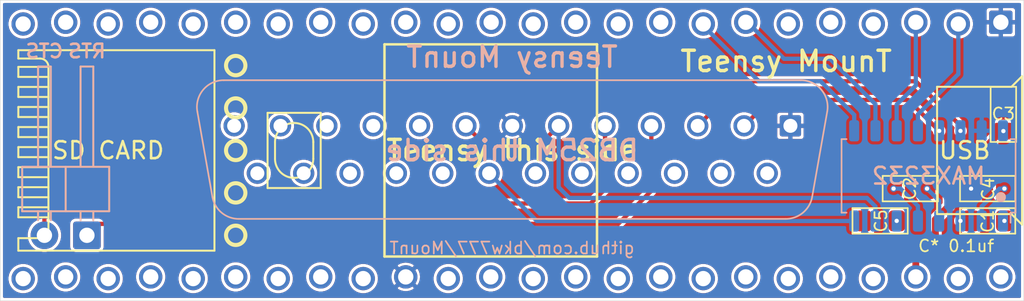
<source format=kicad_pcb>
(kicad_pcb (version 20171130) (host pcbnew 5.1.6-c6e7f7d~87~ubuntu20.04.1)
  (layers (0 F.Cu signal) (31 B.Cu signal) (34 B.Paste user hide) (35 F.Paste user hide) (36 B.SilkS user) (37 F.SilkS user) (38 B.Mask user) (39 F.Mask user hide) (44 Edge.Cuts user))
  (net 0 "")
  (net 1 GND)
  (net 2 "Net-(C1-Pad1)")
  (net 3 "Net-(C1-Pad2)")
  (net 4 "Net-(C2-Pad1)")
  (net 5 "Net-(C2-Pad2)")
  (net 6 "Net-(C4-Pad1)")
  (net 7 "Net-(C5-Pad1)")
  (net 8 +3V3)
  (net 9 /DTR_TTL)
  (net 10 /DSR_TTL)
  (net 11 /TX_TTL)
  (net 12 /RX_TTL)
  (net 13 /DTR_232)
  (net 14 /DCD_232)
  (net 15 /DSR_232)
  (net 16 /CTS_232)
  (net 17 /RTS_232)
  (net 18 /RX_232)
  (net 19 /TX_232)
  (module 0_LOCAL:Teensy_MounT_stagger_4mil (layer F.Cu) (at 147.32 96.52 180)
    (fp_text reference J1 hide)
    (fp_text value Teensy hide)
    (fp_line (start 29.5 5) (end 29.5 4.4) (layer F.SilkS) (width 0.12))
    (fp_line (start 29.5 3.8) (end 29.5 3.2) (layer F.SilkS) (width 0.12))
    (fp_line (start 29.5 2.6) (end 29.5 2) (layer F.SilkS) (width 0.12))
    (fp_line (start 29.5 1.4) (end 29.5 0.8) (layer F.SilkS) (width 0.12))
    (fp_line (start 29.5 0.2) (end 29.5 -0.4) (layer F.SilkS) (width 0.12))
    (fp_line (start 29.5 -1) (end 29.5 -1.6) (layer F.SilkS) (width 0.12))
    (fp_line (start 29.5 -2.2) (end 29.5 -2.8) (layer F.SilkS) (width 0.12))
    (fp_line (start 29.5 4.4) (end 27.7 4.4) (layer F.SilkS) (width 0.12))
    (fp_line (start 29.5 3.2) (end 27.7 3.2) (layer F.SilkS) (width 0.12))
    (fp_line (start 29.5 2) (end 27.7 2) (layer F.SilkS) (width 0.12))
    (fp_line (start 29.5 0.8) (end 27.7 0.8) (layer F.SilkS) (width 0.12))
    (fp_line (start 29.5 -0.4) (end 27.7 -0.4) (layer F.SilkS) (width 0.12))
    (fp_line (start 29.5 -1.6) (end 27.7 -1.6) (layer F.SilkS) (width 0.12))
    (fp_line (start 29.5 -2.8) (end 27.7 -2.8) (layer F.SilkS) (width 0.12))
    (fp_line (start 27.7 5) (end 29.5 5) (layer F.SilkS) (width 0.12))
    (fp_line (start 27.7 3.8) (end 29.5 3.8) (layer F.SilkS) (width 0.12))
    (fp_line (start 27.7 2.6) (end 29.5 2.6) (layer F.SilkS) (width 0.12))
    (fp_line (start 27.7 1.4) (end 29.5 1.4) (layer F.SilkS) (width 0.12))
    (fp_line (start 27.7 0.2) (end 29.5 0.2) (layer F.SilkS) (width 0.12))
    (fp_line (start 27.7 -1) (end 29.5 -1) (layer F.SilkS) (width 0.12))
    (fp_line (start 27.7 -2.2) (end 29.5 -2.2) (layer F.SilkS) (width 0.12))
    (fp_line (start 17.78 6) (end 17.78 -6) (layer F.SilkS) (width 0.12))
    (fp_line (start 29.5 -4) (end 27.7 -4) (layer F.SilkS) (width 0.12))
    (fp_line (start 27.7 -3.4) (end 29.5 -3.4) (layer F.SilkS) (width 0.12))
    (fp_line (start 29.5 -3.4) (end 29.5 -4) (layer F.SilkS) (width 0.12))
    (fp_line (start 27.7 -4.75) (end 27.7 5) (layer F.SilkS) (width 0.12))
    (fp_line (start 29.5 -6) (end 29.5 -5.25) (layer F.SilkS) (width 0.12))
    (fp_line (start 29.5 6) (end 29.5 5.5) (layer F.SilkS) (width 0.12))
    (fp_line (start 29.5 5.5) (end 28.2 5.5) (layer F.SilkS) (width 0.12))
    (fp_line (start 29.5 -5.25) (end 28.2 -5.25) (layer F.SilkS) (width 0.12))
    (fp_line (start -30.48 -4.445) (end -29.845 -3.81) (layer F.SilkS) (width 0.12))
    (fp_line (start -30.48 4.445) (end -29.845 3.81) (layer F.SilkS) (width 0.12))
    (fp_line (start -30.48 -4.445) (end -30.48 4.445) (layer F.SilkS) (width 0.12))
    (fp_line (start 7.62 6.35) (end 7.62 -6.35) (layer F.SilkS) (width 0.15))
    (fp_line (start -5.08 -6.35) (end -5.08 6.35) (layer F.SilkS) (width 0.15))
    (fp_line (start -5.08 6.35) (end 7.62 6.35) (layer F.SilkS) (width 0.15))
    (fp_line (start -5.08 -6.35) (end 7.62 -6.35) (layer F.SilkS) (width 0.15))
    (fp_line (start 29.5 -6) (end 17.78 -6) (layer F.SilkS) (width 0.12))
    (fp_line (start 17.78 6) (end 29.5 6) (layer F.SilkS) (width 0.12))
    (fp_line (start -25.4 3.81) (end -25.4 -3.81) (layer F.SilkS) (width 0.12))
    (fp_line (start -25.4 -3.81) (end -29.845 -3.81) (layer F.SilkS) (width 0.12))
    (fp_line (start -25.4 3.81) (end -29.845 3.81) (layer F.SilkS) (width 0.12))
    (fp_line (start 11.43 -2.25) (end 11.43 2.25) (layer F.SilkS) (width 0.12))
    (fp_line (start 11.43 2.25) (end 14.605 2.25) (layer F.SilkS) (width 0.12))
    (fp_line (start 14.605 2.25) (end 14.605 -2.25) (layer F.SilkS) (width 0.12))
    (fp_line (start 14.605 -2.25) (end 11.43 -2.25) (layer F.SilkS) (width 0.12))
    (fp_line (start 11.8745 -0.5) (end 11.8745 0.5) (layer F.SilkS) (width 0.12))
    (fp_line (start 14.1605 -0.5) (end 14.1605 0.5) (layer F.SilkS) (width 0.12))
    (fp_circle (center 16.51 -5.08) (end 17.08912 -5.08) (layer F.SilkS) (width 0.2413))
    (fp_circle (center 16.51 -2.54) (end 17.08912 -2.54) (layer F.SilkS) (width 0.2413))
    (fp_circle (center 16.51 0) (end 17.08912 0) (layer F.SilkS) (width 0.2413))
    (fp_circle (center 16.51 2.54) (end 17.08912 2.54) (layer F.SilkS) (width 0.2413))
    (fp_circle (center 16.51 5.08) (end 17.08912 5.08) (layer F.SilkS) (width 0.2413))
    (fp_arc (start 28.2 5) (end 27.7 5) (angle -90) (layer F.SilkS) (width 0.12))
    (fp_arc (start 28.2 -4.75) (end 28.2 -5.25) (angle -90) (layer F.SilkS) (width 0.12))
    (fp_arc (start 13.0175 0.5) (end 11.8745 0.5) (angle -180) (layer F.SilkS) (width 0.12))
    (fp_arc (start 13.0175 -0.5) (end 14.1605 -0.5) (angle -180) (layer F.SilkS) (width 0.12))
    (pad 17 thru_hole circle (at 11.43 7.6708 180) (size 1.397 1.397) (drill 0.9144) (layers *.Cu *.Mask))
    (pad 18 thru_hole circle (at 13.97 7.5692 180) (size 1.397 1.397) (drill 0.9144) (layers *.Cu *.Mask))
    (pad 19 thru_hole circle (at 16.51 7.6708 180) (size 1.397 1.397) (drill 0.9144) (layers *.Cu *.Mask))
    (pad 20 thru_hole circle (at 19.05 7.5692 180) (size 1.397 1.397) (drill 0.9144) (layers *.Cu *.Mask))
    (pad 16 thru_hole circle (at 8.89 7.5692 180) (size 1.397 1.397) (drill 0.9144) (layers *.Cu *.Mask))
    (pad 15 thru_hole circle (at 6.35 7.6708 180) (size 1.397 1.397) (drill 0.9144) (layers *.Cu *.Mask))
    (pad 14 thru_hole circle (at 3.81 7.5692 180) (size 1.397 1.397) (drill 0.9144) (layers *.Cu *.Mask))
    (pad 21 thru_hole circle (at 21.59 7.6708 180) (size 1.397 1.397) (drill 0.9144) (layers *.Cu *.Mask))
    (pad 22 thru_hole circle (at 24.13 7.5692 180) (size 1.397 1.397) (drill 0.9144) (layers *.Cu *.Mask))
    (pad 23 thru_hole circle (at 26.67 7.6708 180) (size 1.397 1.397) (drill 0.9144) (layers *.Cu *.Mask))
    (pad 24 thru_hole circle (at 29.21 7.5692 180) (size 1.397 1.397) (drill 0.9144) (layers *.Cu *.Mask))
    (pad 30 thru_hole circle (at 29.21 -7.6708 180) (size 1.397 1.397) (drill 0.9144) (layers *.Cu *.Mask))
    (pad 31 thru_hole circle (at 26.67 -7.5692 180) (size 1.397 1.397) (drill 0.9144) (layers *.Cu *.Mask))
    (pad 32 thru_hole circle (at 24.13 -7.6708 180) (size 1.397 1.397) (drill 0.9144) (layers *.Cu *.Mask))
    (pad 33 thru_hole circle (at 21.59 -7.5692 180) (size 1.397 1.397) (drill 0.9144) (layers *.Cu *.Mask))
    (pad 34 thru_hole circle (at 19.05 -7.6708 180) (size 1.397 1.397) (drill 0.9144) (layers *.Cu *.Mask))
    (pad 35 thru_hole circle (at 16.51 -7.5692 180) (size 1.397 1.397) (drill 0.9144) (layers *.Cu *.Mask))
    (pad 36 thru_hole circle (at 13.97 -7.6708 180) (size 1.397 1.397) (drill 0.9144) (layers *.Cu *.Mask))
    (pad 37 thru_hole circle (at 11.43 -7.5692 180) (size 1.397 1.397) (drill 0.9144) (layers *.Cu *.Mask))
    (pad 13 thru_hole circle (at 1.2446 7.6708 180) (size 1.397 1.397) (drill 0.9144) (layers *.Cu *.Mask))
    (pad 12 thru_hole circle (at -1.27 7.5692 180) (size 1.397 1.397) (drill 0.9144) (layers *.Cu *.Mask))
    (pad 11 thru_hole circle (at -3.81 7.6708 180) (size 1.397 1.397) (drill 0.9144) (layers *.Cu *.Mask))
    (pad 10 thru_hole circle (at -6.35 7.5692 180) (size 1.397 1.397) (drill 0.9144) (layers *.Cu *.Mask))
    (pad 9 thru_hole circle (at -8.89 7.6708 180) (size 1.397 1.397) (drill 0.9144) (layers *.Cu *.Mask))
    (pad 8 thru_hole circle (at -11.43 7.5692 180) (size 1.397 1.397) (drill 0.9144) (layers *.Cu *.Mask) (net 10 /DSR_TTL))
    (pad 7 thru_hole circle (at -13.97 7.6708 180) (size 1.397 1.397) (drill 0.9144) (layers *.Cu *.Mask) (net 9 /DTR_TTL))
    (pad 6 thru_hole circle (at -16.51 7.5692 180) (size 1.397 1.397) (drill 0.9144) (layers *.Cu *.Mask))
    (pad 5 thru_hole circle (at -19.05 7.6708 180) (size 1.397 1.397) (drill 0.9144) (layers *.Cu *.Mask))
    (pad 4 thru_hole circle (at -21.59 7.5692 180) (size 1.397 1.397) (drill 0.9144) (layers *.Cu *.Mask))
    (pad 3 thru_hole circle (at -24.13 7.6708 180) (size 1.397 1.397) (drill 0.9144) (layers *.Cu *.Mask) (net 11 /TX_TTL))
    (pad 2 thru_hole circle (at -26.67 7.5692 180) (size 1.397 1.397) (drill 0.9144) (layers *.Cu *.Mask) (net 12 /RX_TTL))
    (pad 1 thru_hole roundrect (at -29.21 7.6708 180) (size 1.397 1.397) (drill 0.9144) (layers *.Cu *.Mask) (roundrect_rratio 0.1) (net 1 GND))
    (pad 38 thru_hole circle (at 8.89 -7.6708 180) (size 1.397 1.397) (drill 0.9144) (layers *.Cu *.Mask))
    (pad 39 thru_hole circle (at 6.35 -7.5692 180) (size 1.397 1.397) (drill 0.9144) (layers *.Cu *.Mask) (net 1 GND))
    (pad 40 thru_hole circle (at 3.81 -7.6708 180) (size 1.397 1.397) (drill 0.9144) (layers *.Cu *.Mask))
    (pad 41 thru_hole circle (at 1.27 -7.5692 180) (size 1.397 1.397) (drill 0.9144) (layers *.Cu *.Mask))
    (pad 42 thru_hole circle (at -1.27 -7.6708 180) (size 1.397 1.397) (drill 0.9144) (layers *.Cu *.Mask))
    (pad 43 thru_hole circle (at -3.81 -7.5692 180) (size 1.397 1.397) (drill 0.9144) (layers *.Cu *.Mask))
    (pad 44 thru_hole circle (at -6.35 -7.6708 180) (size 1.397 1.397) (drill 0.9144) (layers *.Cu *.Mask))
    (pad 45 thru_hole circle (at -8.89 -7.5692 180) (size 1.397 1.397) (drill 0.9144) (layers *.Cu *.Mask))
    (pad 46 thru_hole circle (at -11.43 -7.6708 180) (size 1.397 1.397) (drill 0.9144) (layers *.Cu *.Mask))
    (pad 47 thru_hole circle (at -13.97 -7.5692 180) (size 1.397 1.397) (drill 0.9144) (layers *.Cu *.Mask))
    (pad 48 thru_hole circle (at -16.51 -7.6708 180) (size 1.397 1.397) (drill 0.9144) (layers *.Cu *.Mask))
    (pad 49 thru_hole circle (at -19.05 -7.5692 180) (size 1.397 1.397) (drill 0.9144) (layers *.Cu *.Mask))
    (pad 50 thru_hole circle (at -21.59 -7.6708 180) (size 1.397 1.397) (drill 0.9144) (layers *.Cu *.Mask))
    (pad 51 thru_hole circle (at -24.13 -7.5692 180) (size 1.397 1.397) (drill 0.9144) (layers *.Cu *.Mask) (net 8 +3V3))
    (pad 52 thru_hole circle (at -26.67 -7.6708 180) (size 1.397 1.397) (drill 0.9144) (layers *.Cu *.Mask))
    (pad 53 thru_hole circle (at -29.21 -7.5692 180) (size 1.397 1.397) (drill 0.9144) (layers *.Cu *.Mask))
  )
  (module 0_LOCAL:DSUB-25_Male_Vertical_P2.77x2.84mm (layer B.Cu) (at 163.957 95.0468 180)
    (fp_text reference J2 hide)
    (fp_text value DB25_Male)
    (fp_line (start -0.623194 2.73) (end 33.863194 2.73) (layer B.SilkS) (width 0.1))
    (fp_line (start 0.276073 -5.57) (end 32.963927 -5.57) (layer B.SilkS) (width 0.1))
    (fp_line (start 35.438887 0.852163) (end 34.539619 -4.247837) (layer B.SilkS) (width 0.1))
    (fp_line (start -2.198887 0.852163) (end -1.299619 -4.247837) (layer B.SilkS) (width 0.1))
    (fp_arc (start 32.963927 -3.97) (end 32.963927 -5.57) (angle 80) (layer B.SilkS) (width 0.1))
    (fp_arc (start 0.276073 -3.97) (end 0.276073 -5.57) (angle -80) (layer B.SilkS) (width 0.1))
    (fp_arc (start 33.863194 1.13) (end 33.863194 2.73) (angle -100) (layer B.SilkS) (width 0.1))
    (fp_arc (start -0.623194 1.13) (end -0.623194 2.73) (angle 100) (layer B.SilkS) (width 0.1))
    (pad 25 thru_hole circle (at 31.855 -2.84 180) (size 1.27 1.27) (drill 0.8382) (layers *.Cu *.Mask))
    (pad 24 thru_hole circle (at 29.085 -2.84 180) (size 1.27 1.27) (drill 0.8382) (layers *.Cu *.Mask))
    (pad 23 thru_hole circle (at 26.315 -2.84 180) (size 1.27 1.27) (drill 0.8382) (layers *.Cu *.Mask))
    (pad 22 thru_hole circle (at 23.545 -2.84 180) (size 1.27 1.27) (drill 0.8382) (layers *.Cu *.Mask))
    (pad 21 thru_hole circle (at 20.775 -2.84 180) (size 1.27 1.27) (drill 0.8382) (layers *.Cu *.Mask))
    (pad 20 thru_hole circle (at 18.005 -2.84 180) (size 1.27 1.27) (drill 0.8382) (layers *.Cu *.Mask) (net 13 /DTR_232))
    (pad 19 thru_hole circle (at 15.235 -2.84 180) (size 1.27 1.27) (drill 0.8382) (layers *.Cu *.Mask))
    (pad 18 thru_hole circle (at 12.465 -2.84 180) (size 1.27 1.27) (drill 0.8382) (layers *.Cu *.Mask))
    (pad 17 thru_hole circle (at 9.695 -2.84 180) (size 1.27 1.27) (drill 0.8382) (layers *.Cu *.Mask))
    (pad 16 thru_hole circle (at 6.925 -2.84 180) (size 1.27 1.27) (drill 0.8382) (layers *.Cu *.Mask))
    (pad 15 thru_hole circle (at 4.155 -2.84 180) (size 1.27 1.27) (drill 0.8382) (layers *.Cu *.Mask))
    (pad 14 thru_hole circle (at 1.385 -2.84 180) (size 1.27 1.27) (drill 0.8382) (layers *.Cu *.Mask))
    (pad 13 thru_hole circle (at 33.24 0 180) (size 1.27 1.27) (drill 0.8382) (layers *.Cu *.Mask))
    (pad 12 thru_hole circle (at 30.47 0 180) (size 1.27 1.27) (drill 0.8382) (layers *.Cu *.Mask))
    (pad 11 thru_hole circle (at 27.7 0 180) (size 1.27 1.27) (drill 0.8382) (layers *.Cu *.Mask))
    (pad 10 thru_hole circle (at 24.93 0 180) (size 1.27 1.27) (drill 0.8382) (layers *.Cu *.Mask))
    (pad 9 thru_hole circle (at 22.16 0 180) (size 1.27 1.27) (drill 0.8382) (layers *.Cu *.Mask))
    (pad 8 thru_hole circle (at 19.39 0 180) (size 1.27 1.27) (drill 0.8382) (layers *.Cu *.Mask) (net 14 /DCD_232))
    (pad 7 thru_hole circle (at 16.62 0 180) (size 1.27 1.27) (drill 0.8382) (layers *.Cu *.Mask) (net 1 GND))
    (pad 6 thru_hole circle (at 13.85 0 180) (size 1.27 1.27) (drill 0.8382) (layers *.Cu *.Mask) (net 15 /DSR_232))
    (pad 5 thru_hole circle (at 11.08 0 180) (size 1.27 1.27) (drill 0.8382) (layers *.Cu *.Mask) (net 16 /CTS_232))
    (pad 4 thru_hole circle (at 8.31 0 180) (size 1.27 1.27) (drill 0.8382) (layers *.Cu *.Mask) (net 17 /RTS_232))
    (pad 3 thru_hole circle (at 5.54 0 180) (size 1.27 1.27) (drill 0.8382) (layers *.Cu *.Mask) (net 18 /RX_232))
    (pad 2 thru_hole circle (at 2.77 0 180) (size 1.27 1.27) (drill 0.8382) (layers *.Cu *.Mask) (net 19 /TX_232))
    (pad 1 thru_hole roundrect (at 0 0 180) (size 1.27 1.27) (drill 0.8382) (layers *.Cu *.Mask) (roundrect_rratio 0.1) (net 1 GND))
  )
  (module 0_LOCAL:PinHeader_1x02_P2.54mm_Horizontal (layer B.Cu) (at 121.92 101.6 90)
    (fp_text reference JP1 hide)
    (fp_text value Jumper_2_Bridged)
    (fp_line (start 1.44 1.33) (end 1.44 -3.87) (layer B.SilkS) (width 0.12))
    (fp_line (start 1.44 -3.87) (end 4.1 -3.87) (layer B.SilkS) (width 0.12))
    (fp_line (start 4.1 -3.87) (end 4.1 1.33) (layer B.SilkS) (width 0.12))
    (fp_line (start 4.1 1.33) (end 1.44 1.33) (layer B.SilkS) (width 0.12))
    (fp_line (start 4.1 0.38) (end 10.1 0.38) (layer B.SilkS) (width 0.12))
    (fp_line (start 10.1 0.38) (end 10.1 -0.38) (layer B.SilkS) (width 0.12))
    (fp_line (start 10.1 -0.38) (end 4.1 -0.38) (layer B.SilkS) (width 0.12))
    (fp_line (start 0.9 0.38) (end 1.44 0.38) (layer B.SilkS) (width 0.12))
    (fp_line (start 0.9 -0.38) (end 1.44 -0.38) (layer B.SilkS) (width 0.12))
    (fp_line (start 1.44 -1.27) (end 4.1 -1.27) (layer B.SilkS) (width 0.12))
    (fp_line (start 4.1 -2.16) (end 10.1 -2.16) (layer B.SilkS) (width 0.12))
    (fp_line (start 10.1 -2.16) (end 10.1 -2.92) (layer B.SilkS) (width 0.12))
    (fp_line (start 10.1 -2.92) (end 4.1 -2.92) (layer B.SilkS) (width 0.12))
    (fp_line (start 0.9 -2.16) (end 1.44 -2.16) (layer B.SilkS) (width 0.12))
    (fp_line (start 0.9 -2.92) (end 1.44 -2.92) (layer B.SilkS) (width 0.12))
    (pad 2 thru_hole custom (at 0 -2.54 90) (size 1.651 1.651) (drill 0.9144) (layers *.Cu *.Mask) (net 16 /CTS_232) (options (clearance outline) (anchor circle)) (primitives))
    (pad 1 thru_hole roundrect (at 0 0 90) (size 1.651 1.651) (drill 0.9144) (layers *.Cu *.Mask) (roundrect_rratio 0.1) (net 17 /RTS_232))
  )
  (module 0_LOCAL:C_0805 (layer F.Cu) (at 169.3164 100.7364 180)
    (fp_text reference C5 (at -0.0508 0 90) (layer F.SilkS) (effects (font (size 0.7112 0.7112) (thickness 0.1016))))
    (fp_text value 0.1uf)
    (fp_line (start -1.651 -0.762) (end -1.651 0.762) (layer F.SilkS) (width 0.1016))
    (fp_line (start 1.651 -0.762) (end 1.651 0.762) (layer F.SilkS) (width 0.1016))
    (fp_line (start -1.651 0.762) (end 1.651 0.762) (layer F.SilkS) (width 0.1016))
    (fp_line (start 1.651 -0.762) (end -1.651 -0.762) (layer F.SilkS) (width 0.1016))
    (pad 1 smd roundrect (at -1 0 180) (size 1 1.25) (layers F.Cu F.Paste F.Mask) (net 7 "Net-(C5-Pad1)"))
    (pad 2 smd roundrect (at 1 0 180) (size 1 1.25) (layers F.Cu F.Paste F.Mask) (net 1 GND))
  )
  (module 0_LOCAL:C_0805 (layer F.Cu) (at 171.1198 98.806 180)
    (fp_text reference C2 (at 0.0254 0 90) (layer F.SilkS) (effects (font (size 0.7112 0.7112) (thickness 0.1016))))
    (fp_text value 0.1uf)
    (fp_line (start -1.651 -0.762) (end -1.651 0.762) (layer F.SilkS) (width 0.1016))
    (fp_line (start 1.651 -0.762) (end 1.651 0.762) (layer F.SilkS) (width 0.1016))
    (fp_line (start -1.651 0.762) (end 1.651 0.762) (layer F.SilkS) (width 0.1016))
    (fp_line (start 1.651 -0.762) (end -1.651 -0.762) (layer F.SilkS) (width 0.1016))
    (pad 1 smd roundrect (at -1 0 180) (size 1 1.25) (layers F.Cu F.Paste F.Mask) (net 4 "Net-(C2-Pad1)"))
    (pad 2 smd roundrect (at 1 0 180) (size 1 1.25) (layers F.Cu F.Paste F.Mask) (net 5 "Net-(C2-Pad2)"))
  )
  (module 0_LOCAL:C_0805 (layer F.Cu) (at 175.7426 100.7364 180)
    (fp_text reference C1 (at 0 -0.0254 90) (layer F.SilkS) (effects (font (size 0.7112 0.7112) (thickness 0.1016))))
    (fp_text value 0.1uf)
    (fp_line (start -1.651 -0.762) (end -1.651 0.762) (layer F.SilkS) (width 0.1016))
    (fp_line (start 1.651 -0.762) (end 1.651 0.762) (layer F.SilkS) (width 0.1016))
    (fp_line (start -1.651 0.762) (end 1.651 0.762) (layer F.SilkS) (width 0.1016))
    (fp_line (start 1.651 -0.762) (end -1.651 -0.762) (layer F.SilkS) (width 0.1016))
    (pad 1 smd roundrect (at -1 0 180) (size 1 1.25) (layers F.Cu F.Paste F.Mask) (net 2 "Net-(C1-Pad1)"))
    (pad 2 smd roundrect (at 1 0 180) (size 1 1.25) (layers F.Cu F.Paste F.Mask) (net 3 "Net-(C1-Pad2)"))
  )
  (module 0_LOCAL:C_0805 (layer F.Cu) (at 175.7426 98.806 180)
    (fp_text reference C4 (at -0.0254 -0.0254 90) (layer F.SilkS) (effects (font (size 0.7112 0.7112) (thickness 0.1016))))
    (fp_text value 0.1uf)
    (fp_line (start -1.651 -0.762) (end -1.651 0.762) (layer F.SilkS) (width 0.1016))
    (fp_line (start 1.651 -0.762) (end 1.651 0.762) (layer F.SilkS) (width 0.1016))
    (fp_line (start -1.651 0.762) (end 1.651 0.762) (layer F.SilkS) (width 0.1016))
    (fp_line (start 1.651 -0.762) (end -1.651 -0.762) (layer F.SilkS) (width 0.1016))
    (pad 1 smd roundrect (at -1 0 180) (size 1 1.25) (layers F.Cu F.Paste F.Mask) (net 6 "Net-(C4-Pad1)"))
    (pad 2 smd roundrect (at 1 0 180) (size 1 1.25) (layers F.Cu F.Paste F.Mask) (net 1 GND))
  )
  (module 0_LOCAL:C_0805 (layer F.Cu) (at 176.6824 94.361 90)
    (fp_text reference C3 (at 0.0254 0) (layer F.SilkS) (effects (font (size 0.7112 0.7112) (thickness 0.1016))))
    (fp_text value 0.1uf)
    (fp_line (start -1.651 -0.762) (end -1.651 0.762) (layer F.SilkS) (width 0.1016))
    (fp_line (start 1.651 -0.762) (end 1.651 0.762) (layer F.SilkS) (width 0.1016))
    (fp_line (start -1.651 0.762) (end 1.651 0.762) (layer F.SilkS) (width 0.1016))
    (fp_line (start 1.651 -0.762) (end -1.651 -0.762) (layer F.SilkS) (width 0.1016))
    (pad 1 smd roundrect (at -1 0 90) (size 1 1.25) (layers F.Cu F.Paste F.Mask) (net 8 +3V3))
    (pad 2 smd roundrect (at 1 0 90) (size 1 1.25) (layers F.Cu F.Paste F.Mask) (net 1 GND))
  )
  (module 0_LOCAL:NetTie-2_SMD_10 (layer F.Cu) (at 147.32 96.4692 180)
    (fp_text reference NT1 hide)
    (fp_text value Net-Tie_2)
    (fp_poly (pts (xy -0.254 -0.127) (xy 0.254 -0.127) (xy 0.254 0.127) (xy -0.254 0.127)) (layer F.Cu) (width 0))
    (pad 2 smd circle (at 0.254 0 180) (size 0.254 0.254) (layers F.Cu) (net 14 /DCD_232))
    (pad 1 smd circle (at -0.254 0 180) (size 0.254 0.254) (layers F.Cu) (net 15 /DSR_232))
  )
  (module 0_LOCAL:SOIC-16_W3.90mm (layer B.Cu) (at 172.212 98.044 180)
    (fp_text reference U1 hide)
    (fp_text value MAX3232 (at 0 0) (layer B.SilkS) (effects (justify mirror)))
    (fp_circle (center -4.318 -1.27) (end -4.1656 -1.27) (layer B.SilkS) (width 0.3048))
    (fp_line (start 5.2 2.2) (end 4.9 2.2) (layer B.SilkS) (width 0.1))
    (fp_line (start 4.9 -2.2) (end 5.2 -2.2) (layer B.SilkS) (width 0.1))
    (fp_line (start 5.2 -2.2) (end 5.2 2.2) (layer B.SilkS) (width 0.1))
    (fp_line (start -5.2 2.2) (end -5.2 -2.2) (layer B.SilkS) (width 0.1))
    (fp_line (start -5.2 -2.2) (end -4.9 -2.2) (layer B.SilkS) (width 0.1))
    (fp_line (start -4.9 -2.2) (end -4.9 -2.8) (layer B.SilkS) (width 0.1))
    (fp_line (start -4.9 2.2) (end -5.2 2.2) (layer B.SilkS) (width 0.1))
    (pad 16 smd roundrect (at -4.445 2.7 180) (size 0.6 1.27) (layers B.Cu B.Paste B.Mask) (net 8 +3V3))
    (pad 15 smd roundrect (at -3.175 2.7 180) (size 0.6 1.27) (layers B.Cu B.Paste B.Mask) (net 1 GND))
    (pad 14 smd roundrect (at -1.905 2.7 180) (size 0.6 1.27) (layers B.Cu B.Paste B.Mask) (net 18 /RX_232))
    (pad 13 smd roundrect (at -0.635 2.7 180) (size 0.6 1.27) (layers B.Cu B.Paste B.Mask) (net 19 /TX_232))
    (pad 12 smd roundrect (at 0.635 2.7 180) (size 0.6 1.27) (layers B.Cu B.Paste B.Mask) (net 12 /RX_TTL))
    (pad 11 smd roundrect (at 1.905 2.7 180) (size 0.6 1.27) (layers B.Cu B.Paste B.Mask) (net 11 /TX_TTL))
    (pad 10 smd roundrect (at 3.175 2.7 180) (size 0.6 1.27) (layers B.Cu B.Paste B.Mask) (net 9 /DTR_TTL))
    (pad 9 smd roundrect (at 4.445 2.7 180) (size 0.6 1.27) (layers B.Cu B.Paste B.Mask) (net 10 /DSR_TTL))
    (pad 8 smd roundrect (at 4.445 -2.7 180) (size 0.6 1.27) (layers B.Cu B.Paste B.Mask) (net 13 /DTR_232))
    (pad 7 smd roundrect (at 3.175 -2.7 180) (size 0.6 1.27) (layers B.Cu B.Paste B.Mask) (net 15 /DSR_232))
    (pad 6 smd roundrect (at 1.905 -2.7 180) (size 0.6 1.27) (layers B.Cu B.Paste B.Mask) (net 7 "Net-(C5-Pad1)"))
    (pad 5 smd roundrect (at 0.635 -2.7 180) (size 0.6 1.27) (layers B.Cu B.Paste B.Mask) (net 5 "Net-(C2-Pad2)"))
    (pad 4 smd roundrect (at -0.635 -2.7 180) (size 0.6 1.27) (layers B.Cu B.Paste B.Mask) (net 4 "Net-(C2-Pad1)"))
    (pad 3 smd roundrect (at -1.905 -2.7 180) (size 0.6 1.27) (layers B.Cu B.Paste B.Mask) (net 3 "Net-(C1-Pad2)"))
    (pad 2 smd roundrect (at -3.175 -2.7 180) (size 0.6 1.27) (layers B.Cu B.Paste B.Mask) (net 6 "Net-(C4-Pad1)"))
    (pad 1 smd roundrect (at -4.445 -2.7 180) (size 0.6 1.27) (layers B.Cu B.Paste B.Mask) (net 2 "Net-(C1-Pad1)"))
  )
  (gr_text USB (at 174.371 96.52) (layer F.SilkS) (effects (font (size 1.016 1.016) (thickness 0.1524))))
  (gr_text "SD CARD" (at 123.19 96.52) (layer F.SilkS) (effects (font (size 1.016 1.016) (thickness 0.1524))))
  (gr_text "Teensy MounT" (at 163.703 91.186) (layer F.SilkS) (effects (font (size 1.2192 1.2192) (thickness 0.2032))))
  (gr_line (start 177.9016 105.5116) (end 177.9016 87.5284) (layer Edge.Cuts) (width 0.0254))
  (gr_line (start 116.7384 105.5116) (end 177.9016 105.5116) (layer Edge.Cuts) (width 0.0254))
  (gr_line (start 116.7384 87.5284) (end 116.7384 105.5116) (layer Edge.Cuts) (width 0.0254))
  (gr_line (start 177.9016 87.5284) (end 116.7384 87.5284) (layer Edge.Cuts) (width 0.0254))
  (gr_text CTS (at 119.38 90.5764) (layer B.SilkS) (effects (font (size 0.8128 0.8128) (thickness 0.1524)) (justify mirror)))
  (gr_text RTS (at 121.92 90.5764) (layer B.SilkS) (effects (font (size 0.8128 0.8128) (thickness 0.1524)) (justify mirror)))
  (gr_text "DB25M this side" (at 147.32 96.52) (layer B.SilkS) (effects (font (size 1.2192 1.2192) (thickness 0.2032)) (justify mirror)))
  (gr_text "Teensy this side" (at 147.32 96.52) (layer F.SilkS) (effects (font (size 1.2192 1.2192) (thickness 0.2032))))
  (gr_text "Teensy MounT" (at 147.32 90.932) (layer B.SilkS) (effects (font (size 1.2192 1.2192) (thickness 0.2032)) (justify mirror)))
  (gr_text github.com/bkw777/MounT (at 147.32 102.362) (layer B.SilkS) (effects (font (size 0.7112 0.7112) (thickness 0.1016)) (justify mirror)))
  (gr_text "C* 0.1uf" (at 173.863 102.235) (layer F.SilkS) (effects (font (size 0.7112 0.7112) (thickness 0.1016))))
  (via (at 174.752 98.806) (size 0.4064) (drill 0.254) (layers F.Cu B.Cu) (net 1))
  (via (at 176.7426 100.7364) (size 0.4064) (drill 0.254) (layers F.Cu B.Cu) (net 2))
  (segment (start 174.117 100.7364) (end 174.7426 100.7364) (width 0.4064) (layer F.Cu) (net 3))
  (via (at 174.117 100.7364) (size 0.4064) (drill 0.254) (layers F.Cu B.Cu) (net 3))
  (via (at 172.1198 98.806) (size 0.4064) (drill 0.254) (layers F.Cu B.Cu) (net 4))
  (segment (start 172.847 99.5332) (end 172.847 100.744) (width 0.254) (layer B.Cu) (net 4))
  (segment (start 172.1198 98.806) (end 172.847 99.5332) (width 0.254) (layer B.Cu) (net 4))
  (via (at 170.1198 98.806) (size 0.4064) (drill 0.254) (layers F.Cu B.Cu) (net 5))
  (segment (start 171.577 99.8474) (end 171.577 100.744) (width 0.254) (layer B.Cu) (net 5))
  (segment (start 170.5356 98.806) (end 171.577 99.8474) (width 0.254) (layer B.Cu) (net 5))
  (segment (start 170.1198 98.806) (end 170.5356 98.806) (width 0.254) (layer B.Cu) (net 5))
  (via (at 176.7426 98.806) (size 0.4064) (drill 0.254) (layers F.Cu B.Cu) (net 6))
  (segment (start 175.387 99.8728) (end 175.387 100.744) (width 0.254) (layer B.Cu) (net 6))
  (segment (start 176.4538 98.806) (end 175.387 99.8728) (width 0.254) (layer B.Cu) (net 6))
  (segment (start 176.7426 98.806) (end 176.4538 98.806) (width 0.254) (layer B.Cu) (net 6))
  (via (at 170.307 100.7364) (size 0.4064) (drill 0.254) (layers F.Cu B.Cu) (net 7))
  (via (at 176.6824 95.361) (size 0.4064) (drill 0.254) (layers F.Cu B.Cu) (net 8))
  (segment (start 175.006 96.9264) (end 176.5808 95.3516) (width 0.4064) (layer F.Cu) (net 8))
  (segment (start 174.0662 96.9264) (end 175.006 96.9264) (width 0.4064) (layer F.Cu) (net 8))
  (segment (start 173.4312 97.5614) (end 174.0662 96.9264) (width 0.4064) (layer F.Cu) (net 8))
  (segment (start 176.5808 95.3516) (end 176.6664 95.3516) (width 0.4064) (layer F.Cu) (net 8))
  (segment (start 172.6184 101.5492) (end 172.6184 100.6475) (width 0.4064) (layer F.Cu) (net 8))
  (segment (start 172.6184 100.6475) (end 173.4312 99.8347) (width 0.4064) (layer F.Cu) (net 8))
  (segment (start 171.45 102.7176) (end 172.6184 101.5492) (width 0.4064) (layer F.Cu) (net 8))
  (segment (start 173.4312 99.8347) (end 173.4312 97.5614) (width 0.4064) (layer F.Cu) (net 8))
  (segment (start 171.45 103.9876) (end 171.45 102.7176) (width 0.4064) (layer F.Cu) (net 8))
  (segment (start 169.037 93.7514) (end 169.037 95.344) (width 0.254) (layer B.Cu) (net 9))
  (segment (start 166.3192 91.0336) (end 169.037 93.7514) (width 0.254) (layer B.Cu) (net 9))
  (segment (start 163.576 91.0336) (end 166.3192 91.0336) (width 0.254) (layer B.Cu) (net 9))
  (segment (start 161.29 88.7476) (end 163.576 91.0336) (width 0.254) (layer B.Cu) (net 9))
  (segment (start 167.767 94.3864) (end 167.767 95.344) (width 0.254) (layer B.Cu) (net 10))
  (segment (start 165.7604 92.3798) (end 167.767 94.3864) (width 0.254) (layer B.Cu) (net 10))
  (segment (start 162.0774 92.3798) (end 165.7604 92.3798) (width 0.254) (layer B.Cu) (net 10))
  (segment (start 158.75 89.0524) (end 162.0774 92.3798) (width 0.254) (layer B.Cu) (net 10))
  (segment (start 170.307 93.7768) (end 170.307 95.344) (width 0.254) (layer B.Cu) (net 11))
  (segment (start 171.45 92.6338) (end 170.307 93.7768) (width 0.254) (layer B.Cu) (net 11))
  (segment (start 171.45 88.7476) (end 171.45 92.6338) (width 0.254) (layer B.Cu) (net 11))
  (segment (start 173.99 91.948) (end 173.99 89.0524) (width 0.254) (layer B.Cu) (net 12))
  (segment (start 171.577 94.361) (end 173.99 91.948) (width 0.254) (layer B.Cu) (net 12))
  (segment (start 171.577 95.344) (end 171.577 94.361) (width 0.254) (layer B.Cu) (net 12))
  (segment (start 148.8092 100.744) (end 145.952 97.8868) (width 0.254) (layer B.Cu) (net 13))
  (segment (start 167.767 100.744) (end 148.8092 100.744) (width 0.254) (layer B.Cu) (net 13))
  (segment (start 145.9894 96.4692) (end 144.567 95.0468) (width 0.254) (layer F.Cu) (net 14))
  (segment (start 147.066 96.4692) (end 145.9894 96.4692) (width 0.254) (layer F.Cu) (net 14))
  (segment (start 148.6846 96.4692) (end 150.107 95.0468) (width 0.254) (layer F.Cu) (net 15))
  (segment (start 147.574 96.4692) (end 148.6846 96.4692) (width 0.254) (layer F.Cu) (net 15))
  (segment (start 150.107 98.7228) (end 150.107 95.0468) (width 0.254) (layer B.Cu) (net 15))
  (segment (start 150.749 99.3648) (end 150.107 98.7228) (width 0.254) (layer B.Cu) (net 15))
  (segment (start 168.529 99.3648) (end 150.749 99.3648) (width 0.254) (layer B.Cu) (net 15))
  (segment (start 169.037 99.8728) (end 168.529 99.3648) (width 0.254) (layer B.Cu) (net 15))
  (segment (start 169.037 100.744) (end 169.037 99.8728) (width 0.254) (layer B.Cu) (net 15))
  (segment (start 152.019 99.695) (end 120.1674 99.695) (width 0.254) (layer F.Cu) (net 16))
  (segment (start 119.38 100.4824) (end 119.38 101.6) (width 0.254) (layer F.Cu) (net 16))
  (segment (start 152.877 98.837) (end 152.019 99.695) (width 0.254) (layer F.Cu) (net 16))
  (segment (start 120.1674 99.695) (end 119.38 100.4824) (width 0.254) (layer F.Cu) (net 16))
  (segment (start 152.877 95.0468) (end 152.877 98.837) (width 0.254) (layer F.Cu) (net 16))
  (segment (start 122.6058 100.9142) (end 121.92 101.6) (width 0.254) (layer F.Cu) (net 17))
  (segment (start 153.67 100.9142) (end 122.6058 100.9142) (width 0.254) (layer F.Cu) (net 17))
  (segment (start 155.647 98.9372) (end 153.67 100.9142) (width 0.254) (layer F.Cu) (net 17))
  (segment (start 155.647 95.0468) (end 155.647 98.9372) (width 0.254) (layer F.Cu) (net 17))
  (via (at 174.117 95.3516) (size 0.4064) (drill 0.254) (layers F.Cu B.Cu) (net 18))
  (segment (start 174.117 95.0468) (end 174.117 95.3516) (width 0.254) (layer F.Cu) (net 18))
  (segment (start 171.45 92.3798) (end 174.117 95.0468) (width 0.254) (layer F.Cu) (net 18))
  (segment (start 161.084 92.3798) (end 171.45 92.3798) (width 0.254) (layer F.Cu) (net 18))
  (segment (start 158.417 95.0468) (end 161.084 92.3798) (width 0.254) (layer F.Cu) (net 18))
  (via (at 172.847 95.3516) (size 0.4064) (drill 0.254) (layers F.Cu B.Cu) (net 19))
  (segment (start 162.7364 93.4974) (end 161.187 95.0468) (width 0.254) (layer F.Cu) (net 19))
  (segment (start 170.9928 93.4974) (end 162.7364 93.4974) (width 0.254) (layer F.Cu) (net 19))
  (segment (start 172.847 95.3516) (end 170.9928 93.4974) (width 0.254) (layer F.Cu) (net 19))
  (zone (net 1) (net_name GND) (layer F.Cu) (connect_pads (clearance 0.1524)) (min_thickness 0.1524) (fill yes (arc_segments 32) (thermal_gap 0.1524) (thermal_bridge_width 0.254) (smoothing fillet) (radius 0.0762))
    (polygon (pts (xy 177.9016 105.5116) (xy 116.7384 105.5116) (xy 116.7384 87.5284) (xy 177.9016 87.5284)))
  )
  (zone (net 1) (net_name GND) (layer B.Cu) (connect_pads (clearance 0.1524)) (min_thickness 0.1524) (fill yes (arc_segments 32) (thermal_gap 0.1524) (thermal_bridge_width 0.254) (smoothing fillet) (radius 0.0762))
    (polygon (pts (xy 177.9016 105.5116) (xy 116.7384 105.5116) (xy 116.7384 87.5284) (xy 177.9016 87.5284)))
  )
)
</source>
